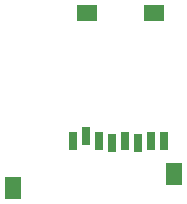
<source format=gbp>
G04 Layer_Color=128*
%FSLAX25Y25*%
%MOIN*%
G70*
G01*
G75*
%ADD51R,0.07087X0.05512*%
%ADD52R,0.05512X0.07480*%
%ADD53R,0.03150X0.05905*%
D51*
X-13606Y-524529D02*
D03*
X8835D02*
D03*
D52*
X15567Y-578388D02*
D03*
X-38291Y-582876D02*
D03*
D53*
X-13882Y-565632D02*
D03*
X-9551Y-567206D02*
D03*
X-5220Y-567994D02*
D03*
X-890Y-567206D02*
D03*
X3441Y-567994D02*
D03*
X7772Y-567206D02*
D03*
X12102D02*
D03*
X-18213D02*
D03*
M02*

</source>
